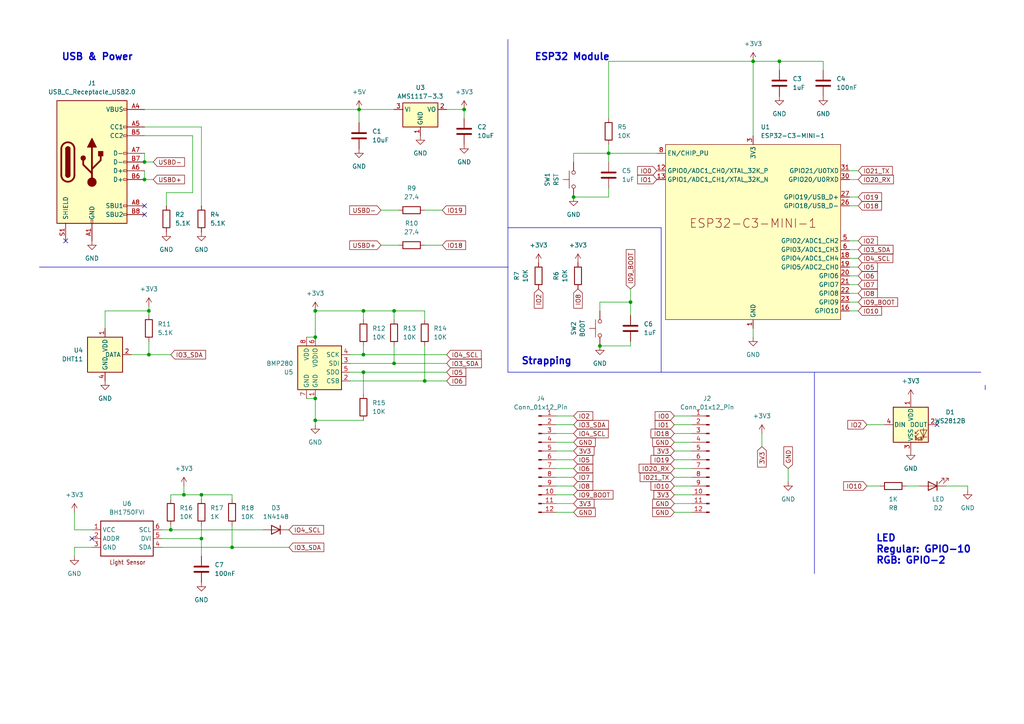
<source format=kicad_sch>
(kicad_sch (version 20230121) (generator eeschema)
  (paper "A4")
  (lib_symbols
    (symbol "Connector:Conn_01x12_Pin" (pin_names (offset 1.016) hide)
      (property "Reference" "J" (at 0 15.24 0))
      (property "Value" "Conn_01x12_Pin" (at 0 -17.78 0))
      (symbol "Conn_01x12_Pin_1_1"
        (polyline (pts (xy 1.27 -15.24) (xy 0.8636 -15.24)) (stroke (width 0.1524)))
        (polyline (pts (xy 1.27 -12.7) (xy 0.8636 -12.7)) (stroke (width 0.1524)))
        (polyline (pts (xy 1.27 -10.16) (xy 0.8636 -10.16)) (stroke (width 0.1524)))
        (polyline (pts (xy 1.27 -7.62) (xy 0.8636 -7.62)) (stroke (width 0.1524)))
        (polyline (pts (xy 1.27 -5.08) (xy 0.8636 -5.08)) (stroke (width 0.1524)))
        (polyline (pts (xy 1.27 -2.54) (xy 0.8636 -2.54)) (stroke (width 0.1524)))
        (polyline (pts (xy 1.27 0) (xy 0.8636 0)) (stroke (width 0.1524)))
        (polyline (pts (xy 1.27 2.54) (xy 0.8636 2.54)) (stroke (width 0.1524)))
        (polyline (pts (xy 1.27 5.08) (xy 0.8636 5.08)) (stroke (width 0.1524)))
        (polyline (pts (xy 1.27 7.62) (xy 0.8636 7.62)) (stroke (width 0.1524)))
        (polyline (pts (xy 1.27 10.16) (xy 0.8636 10.16)) (stroke (width 0.1524)))
        (polyline (pts (xy 1.27 12.7) (xy 0.8636 12.7)) (stroke (width 0.1524)))
        (rectangle (start 0.8636 -15.113) (end 0 -15.367) (stroke (width 0.1524)) (fill (type outline)))
        (rectangle (start 0.8636 -12.573) (end 0 -12.827) (stroke (width 0.1524)) (fill (type outline)))
        (rectangle (start 0.8636 -10.033) (end 0 -10.287) (stroke (width 0.1524)) (fill (type outline)))
        (rectangle (start 0.8636 -7.493) (end 0 -7.747) (stroke (width 0.1524)) (fill (type outline)))
        (rectangle (start 0.8636 -4.953) (end 0 -5.207) (stroke (width 0.1524)) (fill (type outline)))
        (rectangle (start 0.8636 -2.413) (end 0 -2.667) (stroke (width 0.1524)) (fill (type outline)))
        (rectangle (start 0.8636 0.127) (end 0 -0.127) (stroke (width 0.1524)) (fill (type outline)))
        (rectangle (start 0.8636 2.667) (end 0 2.413) (stroke (width 0.1524)) (fill (type outline)))
        (rectangle (start 0.8636 5.207) (end 0 4.953) (stroke (width 0.1524)) (fill (type outline)))
        (rectangle (start 0.8636 7.747) (end 0 7.493) (stroke (width 0.1524)) (fill (type outline)))
        (rectangle (start 0.8636 10.287) (end 0 10.033) (stroke (width 0.1524)) (fill (type outline)))
        (rectangle (start 0.8636 12.827) (end 0 12.573) (stroke (width 0.1524)) (fill (type outline)))
        (pin passive line (at 5.08 12.7 180) (length 3.81) (name "Pin_1") (number "1"))
        (pin passive line (at 5.08 -10.16 180) (length 3.81) (name "Pin_10") (number "10"))
        (pin passive line (at 5.08 -12.7 180) (length 3.81) (name "Pin_11") (number "11"))
        (pin passive line (at 5.08 -15.24 180) (length 3.81) (name "Pin_12") (number "12"))
        (pin passive line (at 5.08 10.16 180) (length 3.81) (name "Pin_2") (number "2"))
        (pin passive line (at 5.08 7.62 180) (length 3.81) (name "Pin_3") (number "3"))
        (pin passive line (at 5.08 5.08 180) (length 3.81) (name "Pin_4") (number "4"))
        (pin passive line (at 5.08 2.54 180) (length 3.81) (name "Pin_5") (number "5"))
        (pin passive line (at 5.08 0 180) (length 3.81) (name "Pin_6") (number "6"))
        (pin passive line (at 5.08 -2.54 180) (length 3.81) (name "Pin_7") (number "7"))
        (pin passive line (at 5.08 -5.08 180) (length 3.81) (name "Pin_8") (number "8"))
        (pin passive line (at 5.08 -7.62 180) (length 3.81) (name "Pin_9") (number "9"))
      )
    )
    (symbol "Connector:USB_C_Receptacle_USB2.0" (pin_names (offset 1.016))
      (property "Reference" "J" (at -10.16 19.05 0))
      (property "Value" "USB_C_Receptacle_USB2.0" (at 19.05 19.05 0))
      (symbol "USB_C_Receptacle_USB2.0_0_0"
        (rectangle (start -0.254 -17.78) (end 0.254 -16.764))
        (rectangle (start 10.16 -14.986) (end 9.144 -15.494))
        (rectangle (start 10.16 -12.446) (end 9.144 -12.954))
        (rectangle (start 10.16 -4.826) (end 9.144 -5.334))
        (rectangle (start 10.16 -2.286) (end 9.144 -2.794))
        (rectangle (start 10.16 0.254) (end 9.144 -0.254))
        (rectangle (start 10.16 2.794) (end 9.144 2.286))
        (rectangle (start 10.16 7.874) (end 9.144 7.366))
        (rectangle (start 10.16 10.414) (end 9.144 9.906))
        (rectangle (start 10.16 15.494) (end 9.144 14.986))
      )
      (symbol "USB_C_Receptacle_USB2.0_0_1"
        (rectangle (start -10.16 17.78) (end 10.16 -17.78) (stroke (width 0.254)) (fill (type background)))
        (arc (start -8.89 -3.81) (mid -6.985 -5.7067) (end -5.08 -3.81) (stroke (width 0.508)))
        (arc (start -7.62 -3.81) (mid -6.985 -4.4423) (end -6.35 -3.81) (stroke (width 0.254)))
        (arc (start -7.62 -3.81) (mid -6.985 -4.4423) (end -6.35 -3.81) (stroke (width 0.254)) (fill (type outline)))
        (rectangle (start -7.62 -3.81) (end -6.35 3.81) (stroke (width 0.254)) (fill (type outline)))
        (arc (start -6.35 3.81) (mid -6.985 4.4423) (end -7.62 3.81) (stroke (width 0.254)))
        (arc (start -6.35 3.81) (mid -6.985 4.4423) (end -7.62 3.81) (stroke (width 0.254)) (fill (type outline)))
        (arc (start -5.08 3.81) (mid -6.985 5.7067) (end -8.89 3.81) (stroke (width 0.508)))
        (circle (center -2.54 1.143) (radius 0.635) (stroke (width 0.254)) (fill (type outline)))
        (circle (center 0 -5.842) (radius 1.27) (fill (type outline)))
        (polyline (pts (xy -8.89 -3.81) (xy -8.89 3.81)) (stroke (width 0.508)))
        (polyline (pts (xy -5.08 3.81) (xy -5.08 -3.81)) (stroke (width 0.508)))
        (polyline (pts (xy 0 -5.842) (xy 0 4.318)) (stroke (width 0.508)))
        (polyline (pts (xy 0 -3.302) (xy -2.54 -0.762) (xy -2.54 0.508)) (stroke (width 0.508)))
        (polyline (pts (xy 0 -2.032) (xy 2.54 0.508) (xy 2.54 1.778)) (stroke (width 0.508)))
        (polyline (pts (xy -1.27 4.318) (xy 0 6.858) (xy 1.27 4.318) (xy -1.27 4.318)) (stroke (width 0.254)) (fill (type outline)))
        (rectangle (start 1.905 1.778) (end 3.175 3.048) (stroke (width 0.254)) (fill (type outline)))
      )
      (symbol "USB_C_Receptacle_USB2.0_1_1"
        (pin passive line (at 0 -22.86 90) (length 5.08) (name "GND") (number "A1"))
        (pin passive line (at 0 -22.86 90) (length 5.08) hide (name "GND") (number "A12"))
        (pin passive line (at 15.24 15.24 180) (length 5.08) (name "VBUS") (number "A4"))
        (pin bidirectional line (at 15.24 10.16 180) (length 5.08) (name "CC1") (number "A5"))
        (pin bidirectional line (at 15.24 -2.54 180) (length 5.08) (name "D+") (number "A6"))
        (pin bidirectional line (at 15.24 2.54 180) (length 5.08) (name "D-") (number "A7"))
        (pin bidirectional line (at 15.24 -12.7 180) (length 5.08) (name "SBU1") (number "A8"))
        (pin passive line (at 15.24 15.24 180) (length 5.08) hide (name "VBUS") (number "A9"))
        (pin passive line (at 0 -22.86 90) (length 5.08) hide (name "GND") (number "B1"))
        (pin passive line (at 0 -22.86 90) (length 5.08) hide (name "GND") (number "B12"))
        (pin passive line (at 15.24 15.24 180) (length 5.08) hide (name "VBUS") (number "B4"))
        (pin bidirectional line (at 15.24 7.62 180) (length 5.08) (name "CC2") (number "B5"))
        (pin bidirectional line (at 15.24 -5.08 180) (length 5.08) (name "D+") (number "B6"))
        (pin bidirectional line (at 15.24 0 180) (length 5.08) (name "D-") (number "B7"))
        (pin bidirectional line (at 15.24 -15.24 180) (length 5.08) (name "SBU2") (number "B8"))
        (pin passive line (at 15.24 15.24 180) (length 5.08) hide (name "VBUS") (number "B9"))
        (pin passive line (at -7.62 -22.86 90) (length 5.08) (name "SHIELD") (number "S1"))
      )
    )
    (symbol "Device:C" (pin_numbers hide) (pin_names (offset 0.254))
      (property "Reference" "C" (at 0.635 2.54 0))
      (property "Value" "C" (at 0.635 -2.54 0))
      (symbol "C_0_1"
        (polyline (pts (xy -2.032 -0.762) (xy 2.032 -0.762)) (stroke (width 0.508)))
        (polyline (pts (xy -2.032 0.762) (xy 2.032 0.762)) (stroke (width 0.508)))
      )
      (symbol "C_1_1"
        (pin passive line (at 0 3.81 270) (length 2.794) (name "~") (number "1"))
        (pin passive line (at 0 -3.81 90) (length 2.794) (name "~") (number "2"))
      )
    )
    (symbol "Device:LED" (pin_numbers hide) (pin_names (offset 1.016) hide)
      (property "Reference" "D" (at 0 2.54 0))
      (property "Value" "LED" (at 0 -2.54 0))
      (symbol "LED_0_1"
        (polyline (pts (xy -1.27 -1.27) (xy -1.27 1.27)) (stroke (width 0.254)))
        (polyline (pts (xy -1.27 0) (xy 1.27 0)))
        (polyline (pts (xy 1.27 -1.27) (xy 1.27 1.27) (xy -1.27 0) (xy 1.27 -1.27)) (stroke (width 0.254)))
        (polyline (pts (xy -3.048 -0.762) (xy -4.572 -2.286) (xy -3.81 -2.286) (xy -4.572 -2.286) (xy -4.572 -1.524)))
        (polyline (pts (xy -1.778 -0.762) (xy -3.302 -2.286) (xy -2.54 -2.286) (xy -3.302 -2.286) (xy -3.302 -1.524)))
      )
      (symbol "LED_1_1"
        (pin passive line (at -3.81 0 0) (length 2.54) (name "K") (number "1"))
        (pin passive line (at 3.81 0 180) (length 2.54) (name "A") (number "2"))
      )
    )
    (symbol "Device:R" (pin_numbers hide) (pin_names (offset 0))
      (property "Reference" "R" (at 2.032 0 90))
      (property "Value" "R" (at 0 0 90))
      (symbol "R_0_1"
        (rectangle (start -1.016 -2.54) (end 1.016 2.54) (stroke (width 0.254)))
      )
      (symbol "R_1_1"
        (pin passive line (at 0 3.81 270) (length 1.27) (name "~") (number "1"))
        (pin passive line (at 0 -3.81 90) (length 1.27) (name "~") (number "2"))
      )
    )
    (symbol "Diode:1N4148" (pin_numbers hide) (pin_names hide)
      (property "Reference" "D" (at 0 2.54 0))
      (property "Value" "1N4148" (at 0 -2.54 0))
      (symbol "1N4148_0_1"
        (polyline (pts (xy -1.27 1.27) (xy -1.27 -1.27)) (stroke (width 0.254)))
        (polyline (pts (xy 1.27 0) (xy -1.27 0)))
        (polyline (pts (xy 1.27 1.27) (xy 1.27 -1.27) (xy -1.27 0) (xy 1.27 1.27)) (stroke (width 0.254)))
      )
      (symbol "1N4148_1_1"
        (pin passive line (at -3.81 0 0) (length 2.54) (name "K") (number "1"))
        (pin passive line (at 3.81 0 180) (length 2.54) (name "A") (number "2"))
      )
    )
    (symbol "FlashPCB_Sensors:BH1750FVI"
      (property "Reference" "U" (at -5.08 10.16 0))
      (property "Value" "BH1750FVI" (at -5.08 7.62 0))
      (symbol "BH1750FVI_1_1"
        (polyline (pts (xy -7.62 -5.08) (xy -7.62 5.08)) (stroke (width 0.254)))
        (polyline (pts (xy -7.62 5.08) (xy 7.62 5.08)) (stroke (width 0.254)))
        (polyline (pts (xy 7.62 -5.08) (xy -7.62 -5.08)) (stroke (width 0.254)))
        (polyline (pts (xy 7.62 5.08) (xy 7.62 -5.08)) (stroke (width 0.254)))
        (text "Light Sensor" (at -5.08 -7.62 0) (effects (font (size 1.27 1.0859)) (justify left bottom)))
        (pin power_in line (at -10.16 2.54 0) (length 2.54) (name "VCC") (number "1"))
        (pin bidirectional line (at -10.16 0 0) (length 2.54) (name "ADDR") (number "2"))
        (pin power_in line (at -10.16 -2.54 0) (length 2.54) (name "GND") (number "3"))
        (pin bidirectional line (at 10.16 -2.54 180) (length 2.54) (name "SDA") (number "4"))
        (pin bidirectional line (at 10.16 0 180) (length 2.54) (name "DVI") (number "5"))
        (pin bidirectional line (at 10.16 2.54 180) (length 2.54) (name "SCL") (number "6"))
      )
    )
    (symbol "LED:WS2812B" (pin_names (offset 0.254))
      (property "Reference" "D" (at 5.08 5.715 0))
      (property "Value" "WS2812B" (at 1.27 -5.715 0))
      (symbol "WS2812B_0_0"
        (text "RGB" (at 2.286 -4.191 0) (effects (font (size 0.762 0.762))))
      )
      (symbol "WS2812B_0_1"
        (polyline (pts (xy 1.27 -3.556) (xy 1.778 -3.556)))
        (polyline (pts (xy 1.27 -2.54) (xy 1.778 -2.54)))
        (polyline (pts (xy 4.699 -3.556) (xy 2.667 -3.556)))
        (polyline (pts (xy 2.286 -2.54) (xy 1.27 -3.556) (xy 1.27 -3.048)))
        (polyline (pts (xy 2.286 -1.524) (xy 1.27 -2.54) (xy 1.27 -2.032)))
        (polyline (pts (xy 3.683 -1.016) (xy 3.683 -3.556) (xy 3.683 -4.064)))
        (polyline (pts (xy 4.699 -1.524) (xy 2.667 -1.524) (xy 3.683 -3.556) (xy 4.699 -1.524)))
        (rectangle (start 5.08 5.08) (end -5.08 -5.08) (stroke (width 0.254)) (fill (type background)))
      )
      (symbol "WS2812B_1_1"
        (pin power_in line (at 0 7.62 270) (length 2.54) (name "VDD") (number "1"))
        (pin output line (at 7.62 0 180) (length 2.54) (name "DOUT") (number "2"))
        (pin power_in line (at 0 -7.62 90) (length 2.54) (name "VSS") (number "3"))
        (pin input line (at -7.62 0 0) (length 2.54) (name "DIN") (number "4"))
      )
    )
    (symbol "PCM_Espressif:ESP32-C3-MINI-1"
      (property "Reference" "U" (at -25.4 30.48 0))
      (property "Value" "ESP32-C3-MINI-1" (at -25.4 27.94 0))
      (symbol "ESP32-C3-MINI-1_0_0"
        (text "ESP32-C3-MINI-1" (at 0 2.54 0) (effects (font (size 2.54 2.54))))
      )
      (symbol "ESP32-C3-MINI-1_0_1"
        (rectangle (start -25.4 25.4) (end 25.4 -25.4) (fill (type background)))
      )
      (symbol "ESP32-C3-MINI-1_1_1"
        (pin power_in line (at 0 -27.94 90) (length 2.54) (name "GND") (number "1"))
        (pin no_connect line (at -25.4 2.54 0) (length 2.54) hide (name "NC") (number "10"))
        (pin passive line (at 0 -27.94 90) (length 2.54) hide (name "GND") (number "11"))
        (pin bidirectional line (at -27.94 17.78 0) (length 2.54) (name "GPIO0/ADC1_CH0/XTAL_32K_P") (number "12"))
        (pin bidirectional line (at -27.94 15.24 0) (length 2.54) (name "GPIO1/ADC1_CH1/XTAL_32K_N") (number "13"))
        (pin passive line (at 0 -27.94 90) (length 2.54) hide (name "GND") (number "14"))
        (pin no_connect line (at -25.4 0 0) (length 2.54) hide (name "NC") (number "15"))
        (pin bidirectional line (at 27.94 -22.86 180) (length 2.54) (name "GPIO10") (number "16"))
        (pin no_connect line (at -25.4 -2.54 0) (length 2.54) hide (name "NC") (number "17"))
        (pin bidirectional line (at 27.94 -7.62 180) (length 2.54) (name "GPIO4/ADC1_CH4") (number "18"))
        (pin bidirectional line (at 27.94 -10.16 180) (length 2.54) (name "GPIO5/ADC2_CH0") (number "19"))
        (pin passive line (at 0 -27.94 90) (length 2.54) hide (name "GND") (number "2"))
        (pin bidirectional line (at 27.94 -12.7 180) (length 2.54) (name "GPIO6") (number "20"))
        (pin bidirectional line (at 27.94 -15.24 180) (length 2.54) (name "GPIO7") (number "21"))
        (pin bidirectional line (at 27.94 -17.78 180) (length 2.54) (name "GPIO8") (number "22"))
        (pin bidirectional line (at 27.94 -20.32 180) (length 2.54) (name "GPIO9") (number "23"))
        (pin no_connect line (at -25.4 -5.08 0) (length 2.54) hide (name "NC") (number "24"))
        (pin no_connect line (at -25.4 -7.62 0) (length 2.54) hide (name "NC") (number "25"))
        (pin bidirectional line (at 27.94 7.62 180) (length 2.54) (name "GPIO18/USB_D-") (number "26"))
        (pin bidirectional line (at 27.94 10.16 180) (length 2.54) (name "GPIO19/USB_D+") (number "27"))
        (pin no_connect line (at -25.4 -10.16 0) (length 2.54) hide (name "NC") (number "28"))
        (pin no_connect line (at -25.4 -12.7 0) (length 2.54) hide (name "NC") (number "29"))
        (pin power_in line (at 0 27.94 270) (length 2.54) (name "3V3") (number "3"))
        (pin bidirectional line (at 27.94 15.24 180) (length 2.54) (name "GPIO20/U0RXD") (number "30"))
        (pin bidirectional line (at 27.94 17.78 180) (length 2.54) (name "GPIO21/U0TXD") (number "31"))
        (pin no_connect line (at -25.4 -15.24 0) (length 2.54) hide (name "NC") (number "32"))
        (pin no_connect line (at -25.4 -17.78 0) (length 2.54) hide (name "NC") (number "33"))
        (pin no_connect line (at -25.4 -20.32 0) (length 2.54) hide (name "NC") (number "34"))
        (pin no_connect line (at -25.4 -22.86 0) (length 2.54) hide (name "NC") (number "35"))
        (pin passive line (at 0 -27.94 90) (length 2.54) hide (name "GND") (number "36"))
        (pin passive line (at 0 -27.94 90) (length 2.54) hide (name "GND") (number "37"))
        (pin passive line (at 0 -27.94 90) (length 2.54) hide (name "GND") (number "38"))
        (pin passive line (at 0 -27.94 90) (length 2.54) hide (name "GND") (number "39"))
        (pin no_connect line (at -25.4 10.16 0) (length 2.54) hide (name "NC") (number "4"))
        (pin passive line (at 0 -27.94 90) (length 2.54) hide (name "GND") (number "40"))
        (pin passive line (at 0 -27.94 90) (length 2.54) hide (name "GND") (number "41"))
        (pin passive line (at 0 -27.94 90) (length 2.54) hide (name "GND") (number "42"))
        (pin passive line (at 0 -27.94 90) (length 2.54) hide (name "GND") (number "43"))
        (pin passive line (at 0 -27.94 90) (length 2.54) hide (name "GND") (number "44"))
        (pin passive line (at 0 -27.94 90) (length 2.54) hide (name "GND") (number "45"))
        (pin passive line (at 0 -27.94 90) (length 2.54) hide (name "GND") (number "46"))
        (pin passive line (at 0 -27.94 90) (length 2.54) hide (name "GND") (number "47"))
        (pin passive line (at 0 -27.94 90) (length 2.54) hide (name "GND") (number "48"))
        (pin passive line (at 0 -27.94 90) (length 2.54) hide (name "GND") (number "49"))
        (pin bidirectional line (at 27.94 -2.54 180) (length 2.54) (name "GPIO2/ADC1_CH2") (number "5"))
        (pin passive line (at 0 -27.94 90) (length 2.54) hide (name "GND") (number "50"))
        (pin passive line (at 0 -27.94 90) (length 2.54) hide (name "GND") (number "51"))
        (pin passive line (at 0 -27.94 90) (length 2.54) hide (name "GND") (number "52"))
        (pin passive line (at 0 -27.94 90) (length 2.54) hide (name "GND") (number "53"))
        (pin bidirectional line (at 27.94 -5.08 180) (length 2.54) (name "GPIO3/ADC1_CH3") (number "6"))
        (pin no_connect line (at -25.4 7.62 0) (length 2.54) hide (name "NC") (number "7"))
        (pin input line (at -27.94 22.86 0) (length 2.54) (name "EN/CHIP_PU") (number "8"))
        (pin no_connect line (at -25.4 5.08 0) (length 2.54) hide (name "NC") (number "9"))
      )
    )
    (symbol "Regulator_Linear:AMS1117-3.3"
      (property "Reference" "U" (at -3.81 3.175 0))
      (property "Value" "AMS1117-3.3" (at 0 3.175 0))
      (symbol "AMS1117-3.3_0_1"
        (rectangle (start -5.08 -5.08) (end 5.08 1.905) (stroke (width 0.254)) (fill (type background)))
      )
      (symbol "AMS1117-3.3_1_1"
        (pin power_in line (at 0 -7.62 90) (length 2.54) (name "GND") (number "1"))
        (pin power_out line (at 7.62 0 180) (length 2.54) (name "VO") (number "2"))
        (pin power_in line (at -7.62 0 0) (length 2.54) (name "VI") (number "3"))
      )
    )
    (symbol "Sensor:DHT11"
      (property "Reference" "U" (at -3.81 6.35 0))
      (property "Value" "DHT11" (at 3.81 6.35 0))
      (symbol "DHT11_0_1"
        (rectangle (start -5.08 5.08) (end 5.08 -5.08) (stroke (width 0.254)) (fill (type background)))
      )
      (symbol "DHT11_1_1"
        (pin power_in line (at 0 7.62 270) (length 2.54) (name "VDD") (number "1"))
        (pin bidirectional line (at 7.62 0 180) (length 2.54) (name "DATA") (number "2"))
        (pin no_connect line (at -5.08 0 0) (length 2.54) hide (name "NC") (number "3"))
        (pin power_in line (at 0 -7.62 90) (length 2.54) (name "GND") (number "4"))
      )
    )
    (symbol "Sensor_Pressure:BMP280"
      (property "Reference" "U" (at -7.62 10.16 0))
      (property "Value" "BMP280" (at 5.08 10.16 0))
      (symbol "BMP280_0_1"
        (rectangle (start -7.62 -5.08) (end 5.08 7.62) (stroke (width 0.254)) (fill (type background)))
      )
      (symbol "BMP280_1_1"
        (pin power_in line (at 0 -7.62 90) (length 2.54) (name "GND") (number "1"))
        (pin input line (at -10.16 -2.54 0) (length 2.54) (name "CSB") (number "2"))
        (pin bidirectional line (at -10.16 2.54 0) (length 2.54) (name "SDI") (number "3"))
        (pin input line (at -10.16 5.08 0) (length 2.54) (name "SCK") (number "4"))
        (pin bidirectional line (at -10.16 0 0) (length 2.54) (name "SDO") (number "5"))
        (pin power_in line (at 0 10.16 270) (length 2.54) (name "VDDIO") (number "6"))
        (pin power_in line (at 2.54 -7.62 90) (length 2.54) (name "GND") (number "7"))
        (pin power_in line (at 2.54 10.16 270) (length 2.54) (name "VDD") (number "8"))
      )
    )
    (symbol "Switch:SW_Push" (pin_numbers hide) (pin_names (offset 1.016) hide)
      (property "Reference" "SW" (at 1.27 2.54 0))
      (property "Value" "SW_Push" (at 0 -1.524 0))
      (symbol "SW_Push_0_1"
        (circle (center -2.032 0) (radius 0.508))
        (polyline (pts (xy 0 1.27) (xy 0 3.048)))
        (polyline (pts (xy 2.54 1.27) (xy -2.54 1.27)))
        (circle (center 2.032 0) (radius 0.508))
        (pin passive line (at -5.08 0 0) (length 2.54) (name "1") (number "1"))
        (pin passive line (at 5.08 0 180) (length 2.54) (name "2") (number "2"))
      )
    )
    (symbol "power:+3V3" (power) (pin_names (offset 0))
      (property "Value" "+3V3" (at 0 3.556 0))
      (symbol "+3V3_0_1"
        (polyline (pts (xy -0.762 1.27) (xy 0 2.54)))
        (polyline (pts (xy 0 0) (xy 0 2.54)))
        (polyline (pts (xy 0 2.54) (xy 0.762 1.27)))
      )
      (symbol "+3V3_1_1"
        (pin power_in line (at 0 0 90) (length 0) hide (name "+3V3") (number "1"))
      )
    )
    (symbol "power:+5V" (power) (pin_names (offset 0))
      (property "Value" "+5V" (at 0 3.556 0))
      (symbol "+5V_0_1"
        (polyline (pts (xy -0.762 1.27) (xy 0 2.54)))
        (polyline (pts (xy 0 0) (xy 0 2.54)))
        (polyline (pts (xy 0 2.54) (xy 0.762 1.27)))
      )
      (symbol "+5V_1_1"
        (pin power_in line (at 0 0 90) (length 0) hide (name "+5V") (number "1"))
      )
    )
    (symbol "power:GND" (power) (pin_names (offset 0))
      (property "Value" "GND" (at 0 -3.81 0))
      (symbol "GND_0_1"
        (polyline (pts (xy 0 0) (xy 0 -1.27) (xy 1.27 -1.27) (xy 0 -2.54) (xy -1.27 -1.27) (xy 0 -1.27)))
      )
      (symbol "GND_1_1"
        (pin power_in line (at 0 0 270) (length 0) hide (name "GND") (number "1"))
      )
    )
  )
  (junction (at 105.41 90.17))
  (junction (at 134.62 31.75))
  (junction (at 91.44 97.79))
  (junction (at 58.42 156.21))
  (junction (at 58.42 143.51))
  (junction (at 114.3 105.41))
  (junction (at 123.19 110.49))
  (junction (at 41.91 46.99))
  (junction (at 49.53 153.67))
  (junction (at 104.14 31.75))
  (junction (at 173.99 100.33))
  (junction (at 91.44 121.92))
  (junction (at 218.44 17.78))
  (junction (at 226.06 17.78))
  (junction (at 43.18 90.17))
  (junction (at 105.41 102.87))
  (junction (at 53.34 143.51))
  (junction (at 43.18 102.87))
  (junction (at 41.91 52.07))
  (junction (at 176.53 44.45))
  (junction (at 91.44 90.17))
  (junction (at 67.31 158.75))
  (junction (at 182.88 87.63))
  (junction (at 105.41 107.95))
  (junction (at 91.44 115.57))
  (junction (at 114.3 90.17))
  (junction (at 166.37 57.15))
  (no_connect (at 19.05 69.85))
  (no_connect (at 26.67 156.21))
  (no_connect (at 41.91 62.23))
  (no_connect (at 41.91 59.69))
  (no_connect (at 271.78 123.19))
  (wire (pts (xy 26.67 158.75) (xy 21.59 158.75)))
  (wire (pts (xy 161.29 130.81) (xy 166.37 130.81)))
  (wire (pts (xy 104.14 31.75) (xy 104.14 35.56)))
  (wire (pts (xy 91.44 121.92) (xy 105.41 121.92)))
  (wire (pts (xy 274.32 140.97) (xy 280.67 140.97)))
  (wire (pts (xy 161.29 138.43) (xy 166.37 138.43)))
  (wire (pts (xy 190.5 44.45) (xy 176.53 44.45)))
  (wire (pts (xy 195.58 120.65) (xy 200.66 120.65)))
  (wire (pts (xy 226.06 17.78) (xy 238.76 17.78)))
  (wire (pts (xy 101.6 107.95) (xy 105.41 107.95)))
  (wire (pts (xy 182.88 87.63) (xy 182.88 91.44)))
  (wire (pts (xy 53.34 143.51) (xy 53.34 140.97)))
  (wire (pts (xy 173.99 87.63) (xy 173.99 90.17)))
  (wire (pts (xy 41.91 46.99) (xy 44.45 46.99)))
  (wire (pts (xy 248.92 49.53) (xy 246.38 49.53)))
  (wire (pts (xy 195.58 133.35) (xy 200.66 133.35)))
  (wire (pts (xy 123.19 90.17) (xy 114.3 90.17)))
  (wire (pts (xy 114.3 100.33) (xy 114.3 105.41)))
  (wire (pts (xy 238.76 17.78) (xy 238.76 20.32)))
  (wire (pts (xy 101.6 105.41) (xy 114.3 105.41)))
  (wire (pts (xy 246.38 82.55) (xy 248.92 82.55)))
  (polyline (pts (xy 147.32 66.04) (xy 191.77 66.04)))
  (wire (pts (xy 67.31 144.78) (xy 67.31 143.51)))
  (wire (pts (xy 176.53 44.45) (xy 166.37 44.45)))
  (wire (pts (xy 58.42 143.51) (xy 67.31 143.51)))
  (wire (pts (xy 218.44 39.37) (xy 218.44 17.78)))
  (wire (pts (xy 182.88 100.33) (xy 173.99 100.33)))
  (wire (pts (xy 105.41 102.87) (xy 129.54 102.87)))
  (wire (pts (xy 123.19 71.12) (xy 128.27 71.12)))
  (wire (pts (xy 246.38 57.15) (xy 248.92 57.15)))
  (wire (pts (xy 246.38 85.09) (xy 248.92 85.09)))
  (wire (pts (xy 49.53 143.51) (xy 49.53 144.78)))
  (polyline (pts (xy 191.77 66.04) (xy 191.77 107.95)))
  (wire (pts (xy 58.42 143.51) (xy 58.42 144.78)))
  (wire (pts (xy 58.42 156.21) (xy 58.42 152.4)))
  (wire (pts (xy 246.38 77.47) (xy 248.92 77.47)))
  (wire (pts (xy 246.38 72.39) (xy 248.92 72.39)))
  (wire (pts (xy 246.38 69.85) (xy 248.92 69.85)))
  (wire (pts (xy 110.49 71.12) (xy 115.57 71.12)))
  (wire (pts (xy 110.49 60.96) (xy 115.57 60.96)))
  (wire (pts (xy 105.41 107.95) (xy 105.41 114.3)))
  (wire (pts (xy 161.29 120.65) (xy 166.37 120.65)))
  (wire (pts (xy 43.18 99.06) (xy 43.18 102.87)))
  (wire (pts (xy 105.41 100.33) (xy 105.41 102.87)))
  (wire (pts (xy 49.53 153.67) (xy 76.2 153.67)))
  (wire (pts (xy 105.41 107.95) (xy 129.54 107.95)))
  (wire (pts (xy 101.6 102.87) (xy 105.41 102.87)))
  (wire (pts (xy 114.3 90.17) (xy 105.41 90.17)))
  (wire (pts (xy 161.29 128.27) (xy 166.37 128.27)))
  (wire (pts (xy 195.58 125.73) (xy 200.66 125.73)))
  (wire (pts (xy 46.99 158.75) (xy 67.31 158.75)))
  (wire (pts (xy 246.38 59.69) (xy 248.92 59.69)))
  (wire (pts (xy 195.58 140.97) (xy 200.66 140.97)))
  (wire (pts (xy 123.19 110.49) (xy 129.54 110.49)))
  (wire (pts (xy 21.59 153.67) (xy 26.67 153.67)))
  (wire (pts (xy 129.54 31.75) (xy 134.62 31.75)))
  (wire (pts (xy 46.99 153.67) (xy 49.53 153.67)))
  (wire (pts (xy 38.1 102.87) (xy 43.18 102.87)))
  (wire (pts (xy 101.6 110.49) (xy 123.19 110.49)))
  (wire (pts (xy 195.58 148.59) (xy 200.66 148.59)))
  (wire (pts (xy 58.42 36.83) (xy 58.42 59.69)))
  (wire (pts (xy 49.53 143.51) (xy 53.34 143.51)))
  (wire (pts (xy 176.53 54.61) (xy 176.53 57.15)))
  (wire (pts (xy 195.58 130.81) (xy 200.66 130.81)))
  (wire (pts (xy 176.53 44.45) (xy 176.53 46.99)))
  (wire (pts (xy 41.91 44.45) (xy 41.91 46.99)))
  (wire (pts (xy 49.53 153.67) (xy 49.53 152.4)))
  (wire (pts (xy 91.44 115.57) (xy 91.44 121.92)))
  (wire (pts (xy 246.38 74.93) (xy 248.92 74.93)))
  (wire (pts (xy 134.62 31.75) (xy 134.62 34.29)))
  (wire (pts (xy 123.19 100.33) (xy 123.19 110.49)))
  (wire (pts (xy 182.88 99.06) (xy 182.88 100.33)))
  (wire (pts (xy 251.46 123.19) (xy 256.54 123.19)))
  (wire (pts (xy 176.53 17.78) (xy 218.44 17.78)))
  (wire (pts (xy 161.29 123.19) (xy 166.37 123.19)))
  (wire (pts (xy 58.42 156.21) (xy 58.42 161.29)))
  (wire (pts (xy 114.3 92.71) (xy 114.3 90.17)))
  (wire (pts (xy 166.37 44.45) (xy 166.37 46.99)))
  (wire (pts (xy 246.38 87.63) (xy 248.92 87.63)))
  (wire (pts (xy 161.29 135.89) (xy 166.37 135.89)))
  (wire (pts (xy 48.26 55.88) (xy 55.88 55.88)))
  (wire (pts (xy 195.58 143.51) (xy 200.66 143.51)))
  (wire (pts (xy 220.98 125.73) (xy 220.98 129.54)))
  (wire (pts (xy 173.99 87.63) (xy 182.88 87.63)))
  (wire (pts (xy 195.58 135.89) (xy 200.66 135.89)))
  (wire (pts (xy 46.99 156.21) (xy 58.42 156.21)))
  (polyline (pts (xy 11.43 77.47) (xy 147.32 77.47)))
  (wire (pts (xy 123.19 60.96) (xy 128.27 60.96)))
  (wire (pts (xy 41.91 36.83) (xy 58.42 36.83)))
  (wire (pts (xy 262.89 140.97) (xy 266.7 140.97)))
  (wire (pts (xy 41.91 31.75) (xy 104.14 31.75)))
  (wire (pts (xy 114.3 105.41) (xy 129.54 105.41)))
  (wire (pts (xy 88.9 97.79) (xy 91.44 97.79)))
  (wire (pts (xy 91.44 90.17) (xy 91.44 97.79)))
  (wire (pts (xy 30.48 95.25) (xy 30.48 90.17)))
  (wire (pts (xy 67.31 158.75) (xy 83.82 158.75)))
  (wire (pts (xy 161.29 146.05) (xy 166.37 146.05)))
  (wire (pts (xy 251.46 140.97) (xy 255.27 140.97)))
  (wire (pts (xy 195.58 128.27) (xy 200.66 128.27)))
  (wire (pts (xy 161.29 133.35) (xy 166.37 133.35)))
  (wire (pts (xy 104.14 31.75) (xy 114.3 31.75)))
  (wire (pts (xy 161.29 125.73) (xy 166.37 125.73)))
  (wire (pts (xy 246.38 80.01) (xy 248.92 80.01)))
  (wire (pts (xy 53.34 143.51) (xy 58.42 143.51)))
  (wire (pts (xy 30.48 90.17) (xy 43.18 90.17)))
  (wire (pts (xy 248.92 52.07) (xy 246.38 52.07)))
  (wire (pts (xy 161.29 143.51) (xy 166.37 143.51)))
  (polyline (pts (xy 147.32 11.43) (xy 147.32 77.47)))
  (wire (pts (xy 88.9 115.57) (xy 91.44 115.57)))
  (wire (pts (xy 43.18 88.9) (xy 43.18 90.17)))
  (wire (pts (xy 41.91 52.07) (xy 44.45 52.07)))
  (wire (pts (xy 246.38 90.17) (xy 248.92 90.17)))
  (wire (pts (xy 43.18 90.17) (xy 43.18 91.44)))
  (wire (pts (xy 105.41 90.17) (xy 91.44 90.17)))
  (wire (pts (xy 195.58 146.05) (xy 200.66 146.05)))
  (polyline (pts (xy 285.75 111.76) (xy 285.75 113.03)))
  (wire (pts (xy 21.59 158.75) (xy 21.59 161.29)))
  (wire (pts (xy 226.06 17.78) (xy 226.06 20.32)))
  (wire (pts (xy 41.91 39.37) (xy 55.88 39.37)))
  (wire (pts (xy 41.91 49.53) (xy 41.91 52.07)))
  (wire (pts (xy 195.58 123.19) (xy 200.66 123.19)))
  (polyline (pts (xy 284.48 107.95) (xy 147.32 107.95)))
  (wire (pts (xy 91.44 121.92) (xy 91.44 123.19)))
  (wire (pts (xy 218.44 95.25) (xy 218.44 97.79)))
  (wire (pts (xy 67.31 152.4) (xy 67.31 158.75)))
  (wire (pts (xy 218.44 17.78) (xy 226.06 17.78)))
  (wire (pts (xy 105.41 92.71) (xy 105.41 90.17)))
  (wire (pts (xy 43.18 102.87) (xy 49.53 102.87)))
  (wire (pts (xy 21.59 148.59) (xy 21.59 153.67)))
  (wire (pts (xy 195.58 138.43) (xy 200.66 138.43)))
  (wire (pts (xy 161.29 148.59) (xy 166.37 148.59)))
  (wire (pts (xy 55.88 39.37) (xy 55.88 55.88)))
  (wire (pts (xy 123.19 92.71) (xy 123.19 90.17)))
  (polyline (pts (xy 147.32 107.95) (xy 147.32 77.47)))
  (wire (pts (xy 280.67 140.97) (xy 280.67 142.24)))
  (wire (pts (xy 48.26 55.88) (xy 48.26 59.69)))
  (polyline (pts (xy 236.22 107.95) (xy 236.22 166.37)))
  (wire (pts (xy 182.88 83.82) (xy 182.88 87.63)))
  (wire (pts (xy 176.53 34.29) (xy 176.53 17.78)))
  (wire (pts (xy 176.53 41.91) (xy 176.53 44.45)))
  (wire (pts (xy 161.29 140.97) (xy 166.37 140.97)))
  (wire (pts (xy 228.6 135.89) (xy 228.6 139.7)))
  (wire (pts (xy 176.53 57.15) (xy 166.37 57.15)))
  (text "ESP32 Module\n" (at 154.94 17.78 0) (effects (font (size 2 2) (thickness 0.4) bold) (justify left bottom)))
  (text "USB & Power\n" (at 17.78 17.78 0) (effects (font (size 2 2) (thickness 0.4) bold) (justify left bottom)))
  (text "LED\nRegular: GPIO-10\nRGB: GPIO-2\n" (at 254 163.83 0) (effects (font (size 2 2) (thickness 0.4) bold) (justify left bottom)))
  (text "Strapping\n\n" (at 151.13 109.22 0) (effects (font (size 2 2) (thickness 0.4) bold) (justify left bottom)))
  (global_label "3V3" (shape input) (at 166.37 146.05 0) (property "Intersheetrefs" "${INTERSHEET_REFS}" (effects hide)))
  (global_label "IO18" (shape input) (at 128.27 71.12 0) (property "Intersheetrefs" "${INTERSHEET_REFS}" (effects hide)))
  (global_label "IO20_RX" (shape input) (at 195.58 135.89 180) (property "Intersheetrefs" "${INTERSHEET_REFS}" (effects hide)))
  (global_label "IO1" (shape input) (at 195.58 123.19 180) (property "Intersheetrefs" "${INTERSHEET_REFS}" (effects hide)))
  (global_label "IO3_SDA" (shape input) (at 83.82 158.75 0) (property "Intersheetrefs" "${INTERSHEET_REFS}" (effects hide)))
  (global_label "3V3" (shape input) (at 195.58 130.81 180) (property "Intersheetrefs" "${INTERSHEET_REFS}" (effects hide)))
  (global_label "IO8" (shape input) (at 248.92 85.09 0) (property "Intersheetrefs" "${INTERSHEET_REFS}" (effects hide)))
  (global_label "IO5" (shape input) (at 166.37 133.35 0) (property "Intersheetrefs" "${INTERSHEET_REFS}" (effects hide)))
  (global_label "USBD-" (shape input) (at 44.45 46.99 0) (property "Intersheetrefs" "${INTERSHEET_REFS}" (effects hide)))
  (global_label "IO21_TX" (shape input) (at 248.92 49.53 0) (property "Intersheetrefs" "${INTERSHEET_REFS}" (effects hide)))
  (global_label "GND" (shape input) (at 166.37 128.27 0) (property "Intersheetrefs" "${INTERSHEET_REFS}" (effects hide)))
  (global_label "IO2" (shape input) (at 248.92 69.85 0) (property "Intersheetrefs" "${INTERSHEET_REFS}" (effects hide)))
  (global_label "IO21_TX" (shape input) (at 195.58 138.43 180) (property "Intersheetrefs" "${INTERSHEET_REFS}" (effects hide)))
  (global_label "IO18" (shape input) (at 195.58 125.73 180) (property "Intersheetrefs" "${INTERSHEET_REFS}" (effects hide)))
  (global_label "IO20_RX" (shape input) (at 248.92 52.07 0) (property "Intersheetrefs" "${INTERSHEET_REFS}" (effects hide)))
  (global_label "GND" (shape input) (at 195.58 148.59 180) (property "Intersheetrefs" "${INTERSHEET_REFS}" (effects hide)))
  (global_label "USBD+" (shape input) (at 110.49 71.12 180) (property "Intersheetrefs" "${INTERSHEET_REFS}" (effects hide)))
  (global_label "IO10" (shape input) (at 248.92 90.17 0) (property "Intersheetrefs" "${INTERSHEET_REFS}" (effects hide)))
  (global_label "IO2" (shape input) (at 166.37 120.65 0) (property "Intersheetrefs" "${INTERSHEET_REFS}" (effects hide)))
  (global_label "IO4_SCL" (shape input) (at 83.82 153.67 0) (property "Intersheetrefs" "${INTERSHEET_REFS}" (effects hide)))
  (global_label "IO6" (shape input) (at 129.54 110.49 0) (property "Intersheetrefs" "${INTERSHEET_REFS}" (effects hide)))
  (global_label "IO3_SDA" (shape input) (at 129.54 105.41 0) (property "Intersheetrefs" "${INTERSHEET_REFS}" (effects hide)))
  (global_label "IO7" (shape input) (at 166.37 138.43 0) (property "Intersheetrefs" "${INTERSHEET_REFS}" (effects hide)))
  (global_label "3V3" (shape input) (at 220.98 129.54 270) (property "Intersheetrefs" "${INTERSHEET_REFS}" (effects hide)))
  (global_label "IO0" (shape input) (at 195.58 120.65 180) (property "Intersheetrefs" "${INTERSHEET_REFS}" (effects hide)))
  (global_label "IO4_SCL" (shape input) (at 166.37 125.73 0) (property "Intersheetrefs" "${INTERSHEET_REFS}" (effects hide)))
  (global_label "IO19" (shape input) (at 248.92 57.15 0) (property "Intersheetrefs" "${INTERSHEET_REFS}" (effects hide)))
  (global_label "3V3" (shape input) (at 166.37 130.81 0) (property "Intersheetrefs" "${INTERSHEET_REFS}" (effects hide)))
  (global_label "USBD-" (shape input) (at 110.49 60.96 180) (property "Intersheetrefs" "${INTERSHEET_REFS}" (effects hide)))
  (global_label "IO2" (shape input) (at 156.21 83.82 270) (property "Intersheetrefs" "${INTERSHEET_REFS}" (effects hide)))
  (global_label "IO3_SDA" (shape input) (at 248.92 72.39 0) (property "Intersheetrefs" "${INTERSHEET_REFS}" (effects hide)))
  (global_label "GND" (shape input) (at 166.37 148.59 0) (property "Intersheetrefs" "${INTERSHEET_REFS}" (effects hide)))
  (global_label "GND" (shape input) (at 228.6 135.89 90) (property "Intersheetrefs" "${INTERSHEET_REFS}" (effects hide)))
  (global_label "IO5" (shape input) (at 248.92 77.47 0) (property "Intersheetrefs" "${INTERSHEET_REFS}" (effects hide)))
  (global_label "IO8" (shape input) (at 166.37 140.97 0) (property "Intersheetrefs" "${INTERSHEET_REFS}" (effects hide)))
  (global_label "GND" (shape input) (at 195.58 146.05 180) (property "Intersheetrefs" "${INTERSHEET_REFS}" (effects hide)))
  (global_label "IO6" (shape input) (at 248.92 80.01 0) (property "Intersheetrefs" "${INTERSHEET_REFS}" (effects hide)))
  (global_label "IO2" (shape input) (at 251.46 123.19 180) (property "Intersheetrefs" "${INTERSHEET_REFS}" (effects hide)))
  (global_label "IO7" (shape input) (at 248.92 82.55 0) (property "Intersheetrefs" "${INTERSHEET_REFS}" (effects hide)))
  (global_label "IO1" (shape input) (at 190.5 52.07 180) (property "Intersheetrefs" "${INTERSHEET_REFS}" (effects hide)))
  (global_label "IO9_BOOT" (shape input) (at 166.37 143.51 0) (property "Intersheetrefs" "${INTERSHEET_REFS}" (effects hide)))
  (global_label "3V3" (shape input) (at 195.58 143.51 180) (property "Intersheetrefs" "${INTERSHEET_REFS}" (effects hide)))
  (global_label "IO3_SDA" (shape input) (at 49.53 102.87 0) (property "Intersheetrefs" "${INTERSHEET_REFS}" (effects hide)))
  (global_label "IO0" (shape input) (at 190.5 49.53 180) (property "Intersheetrefs" "${INTERSHEET_REFS}" (effects hide)))
  (global_label "IO10" (shape input) (at 251.46 140.97 180) (property "Intersheetrefs" "${INTERSHEET_REFS}" (effects hide)))
  (global_label "IO19" (shape input) (at 128.27 60.96 0) (property "Intersheetrefs" "${INTERSHEET_REFS}" (effects hide)))
  (global_label "IO18" (shape input) (at 248.92 59.69 0) (property "Intersheetrefs" "${INTERSHEET_REFS}" (effects hide)))
  (global_label "IO19" (shape input) (at 195.58 133.35 180) (property "Intersheetrefs" "${INTERSHEET_REFS}" (effects hide)))
  (global_label "IO5" (shape input) (at 129.54 107.95 0) (property "Intersheetrefs" "${INTERSHEET_REFS}" (effects hide)))
  (global_label "IO4_SCL" (shape input) (at 248.92 74.93 0) (property "Intersheetrefs" "${INTERSHEET_REFS}" (effects hide)))
  (global_label "IO4_SCL" (shape input) (at 129.54 102.87 0) (property "Intersheetrefs" "${INTERSHEET_REFS}" (effects hide)))
  (global_label "GND" (shape input) (at 195.58 128.27 180) (property "Intersheetrefs" "${INTERSHEET_REFS}" (effects hide)))
  (global_label "IO9_BOOT" (shape input) (at 182.88 83.82 90) (property "Intersheetrefs" "${INTERSHEET_REFS}" (effects hide)))
  (global_label "USBD+" (shape input) (at 44.45 52.07 0) (property "Intersheetrefs" "${INTERSHEET_REFS}" (effects hide)))
  (global_label "IO6" (shape input) (at 166.37 135.89 0) (property "Intersheetrefs" "${INTERSHEET_REFS}" (effects hide)))
  (global_label "IO9_BOOT" (shape input) (at 248.92 87.63 0) (property "Intersheetrefs" "${INTERSHEET_REFS}" (effects hide)))
  (global_label "IO8" (shape input) (at 167.64 83.82 270) (property "Intersheetrefs" "${INTERSHEET_REFS}" (effects hide)))
  (global_label "IO3_SDA" (shape input) (at 166.37 123.19 0) (property "Intersheetrefs" "${INTERSHEET_REFS}" (effects hide)))
  (global_label "IO10" (shape input) (at 195.58 140.97 180) (property "Intersheetrefs" "${INTERSHEET_REFS}" (effects hide)))
  (symbol (lib_id "Device:R") (at 114.3 96.52 180) (unit 1)
    (property "Reference" "R13" (at 116.84 95.25 0) (effects (justify right)))
    (property "Value" "10K" (at 116.84 97.79 0) (effects (justify right)))
    (property "Footprint" "Resistor_SMD:R_0402_1005Metric" (effects hide))
  )
  (symbol (lib_id "power:GND") (at 226.06 27.94 0) (unit 1)
    (property "Reference" "#PWR012" (effects hide))
    (property "Value" "GND" (at 226.06 33.02 0))
  )
  (symbol (lib_id "Device:R") (at 58.42 148.59 180) (unit 1)
    (property "Reference" "R17" (at 60.96 147.32 0) (effects (justify right)))
    (property "Value" "1K" (at 60.96 149.86 0) (effects (justify right)))
    (property "Footprint" "Resistor_SMD:R_0402_1005Metric" (effects hide))
  )
  (symbol (lib_id "power:GND") (at 173.99 100.33 0) (unit 1)
    (property "Reference" "#PWR018" (effects hide))
    (property "Value" "GND" (at 173.99 105.41 0))
  )
  (symbol (lib_id "Connector:Conn_01x12_Pin") (at 156.21 133.35 0) (unit 1)
    (property "Reference" "J4" (at 156.845 115.57 0))
    (property "Value" "Conn_01x12_Pin" (at 156.845 118.11 0))
    (property "Footprint" "Connector_PinHeader_2.54mm:PinHeader_1x12_P2.54mm_Vertical" (effects hide))
  )
  (symbol (lib_id "Device:R") (at 43.18 95.25 0) (unit 1)
    (property "Reference" "R11" (at 45.72 93.98 0) (effects (justify left)))
    (property "Value" "5.1K" (at 45.72 96.52 0) (effects (justify left)))
    (property "Footprint" "Resistor_SMD:R_0402_1005Metric" (effects hide))
  )
  (symbol (lib_id "power:GND") (at 264.16 130.81 0) (unit 1)
    (property "Reference" "#PWR020" (effects hide))
    (property "Value" "GND" (at 264.16 135.89 0))
  )
  (symbol (lib_id "Switch:SW_Push") (at 166.37 52.07 90) (unit 1)
    (property "Reference" "SW1" (at 158.75 52.07 0))
    (property "Value" "RST" (at 161.29 52.07 0))
    (property "Footprint" "Button_Switch_SMD:SW_SPST_PTS810" (effects hide))
  )
  (symbol (lib_id "power:GND") (at 58.42 168.91 0) (unit 1)
    (property "Reference" "#PWR031" (effects hide))
    (property "Value" "GND" (at 58.42 173.99 0))
  )
  (symbol (lib_id "Device:R") (at 259.08 140.97 90) (mirror x) (unit 1)
    (property "Reference" "R8" (at 259.08 147.32 90))
    (property "Value" "1K" (at 259.08 144.78 90))
    (property "Footprint" "Resistor_SMD:R_0402_1005Metric" (effects hide))
  )
  (symbol (lib_id "Device:C") (at 104.14 39.37 0) (unit 1)
    (property "Reference" "C1" (at 107.95 38.1 0) (effects (justify left)))
    (property "Value" "10uF" (at 107.95 40.64 0) (effects (justify left)))
    (property "Footprint" "Capacitor_SMD:C_0805_2012Metric" (effects hide))
  )
  (symbol (lib_id "power:+3V3") (at 134.62 31.75 0) (unit 1)
    (property "Reference" "#PWR07" (effects hide))
    (property "Value" "+3V3" (at 134.62 26.67 0))
  )
  (symbol (lib_id "power:GND") (at 91.44 123.19 0) (unit 1)
    (property "Reference" "#PWR027" (effects hide))
    (property "Value" "GND" (at 91.44 128.27 0))
  )
  (symbol (lib_id "Device:LED") (at 270.51 140.97 180) (unit 1)
    (property "Reference" "D2" (at 272.0975 147.32 0))
    (property "Value" "LED" (at 272.0975 144.78 0))
    (property "Footprint" "LED_SMD:LED_0603_1608Metric" (effects hide))
  )
  (symbol (lib_id "Diode:1N4148") (at 80.01 153.67 0) (mirror y) (unit 1)
    (property "Reference" "D3" (at 80.01 147.32 0))
    (property "Value" "1N4148" (at 80.01 149.86 0))
    (property "Footprint" "Diode_THT:D_DO-35_SOD27_P7.62mm_Horizontal" (effects hide))
    (property "Datasheet" "https://assets.nexperia.com/documents/data-sheet/1N4148_1N4448.pdf" (effects hide))
    (property "Sim.Device" "D" (effects hide))
    (property "Sim.Pins" "1=K 2=A" (effects hide))
  )
  (symbol (lib_id "power:GND") (at 30.48 110.49 0) (unit 1)
    (property "Reference" "#PWR026" (effects hide))
    (property "Value" "GND" (at 30.48 115.57 0))
  )
  (symbol (lib_id "power:GND") (at 58.42 67.31 0) (unit 1)
    (property "Reference" "#PWR011" (effects hide))
    (property "Value" "GND" (at 58.42 72.39 0))
  )
  (symbol (lib_id "Device:R") (at 123.19 96.52 180) (unit 1)
    (property "Reference" "R14" (at 125.73 95.25 0) (effects (justify right)))
    (property "Value" "10K" (at 125.73 97.79 0) (effects (justify right)))
    (property "Footprint" "Resistor_SMD:R_0402_1005Metric" (effects hide))
  )
  (symbol (lib_id "Device:R") (at 58.42 63.5 0) (unit 1)
    (property "Reference" "R4" (at 60.96 62.23 0) (effects (justify left)))
    (property "Value" "5.1K" (at 60.96 64.77 0) (effects (justify left)))
    (property "Footprint" "Resistor_SMD:R_0402_1005Metric" (effects hide))
  )
  (symbol (lib_id "Device:R") (at 119.38 60.96 90) (unit 1)
    (property "Reference" "R9" (at 119.38 54.61 90))
    (property "Value" "27.4" (at 119.38 57.15 90))
    (property "Footprint" "Resistor_SMD:R_0402_1005Metric" (effects hide))
  )
  (symbol (lib_id "Device:C") (at 134.62 38.1 0) (unit 1)
    (property "Reference" "C2" (at 138.43 36.83 0) (effects (justify left)))
    (property "Value" "10uF" (at 138.43 39.37 0) (effects (justify left)))
    (property "Footprint" "Capacitor_SMD:C_0805_2012Metric" (effects hide))
  )
  (symbol (lib_id "Device:C") (at 226.06 24.13 0) (unit 1)
    (property "Reference" "C3" (at 229.87 22.86 0) (effects (justify left)))
    (property "Value" "1uF" (at 229.87 25.4 0) (effects (justify left)))
    (property "Footprint" "Capacitor_SMD:C_0402_1005Metric" (effects hide))
  )
  (symbol (lib_id "Device:R") (at 67.31 148.59 180) (unit 1)
    (property "Reference" "R18" (at 69.85 147.32 0) (effects (justify right)))
    (property "Value" "10K" (at 69.85 149.86 0) (effects (justify right)))
    (property "Footprint" "Resistor_SMD:R_0402_1005Metric" (effects hide))
  )
  (symbol (lib_id "Device:C") (at 182.88 95.25 0) (unit 1)
    (property "Reference" "C6" (at 186.69 93.98 0) (effects (justify left)))
    (property "Value" "1uF" (at 186.69 96.52 0) (effects (justify left)))
    (property "Footprint" "Capacitor_SMD:C_0402_1005Metric" (effects hide))
  )
  (symbol (lib_id "power:+3V3") (at 21.59 148.59 0) (unit 1)
    (property "Reference" "#PWR028" (effects hide))
    (property "Value" "+3V3" (at 21.59 143.51 0))
  )
  (symbol (lib_id "power:GND") (at 104.14 43.18 0) (unit 1)
    (property "Reference" "#PWR04" (effects hide))
    (property "Value" "GND" (at 104.14 48.26 0))
  )
  (symbol (lib_id "power:+3V3") (at 91.44 90.17 0) (unit 1)
    (property "Reference" "#PWR025" (effects hide))
    (property "Value" "+3V3" (at 91.44 85.09 0))
  )
  (symbol (lib_id "power:GND") (at 21.59 161.29 0) (unit 1)
    (property "Reference" "#PWR029" (effects hide))
    (property "Value" "GND" (at 21.59 166.37 0))
  )
  (symbol (lib_id "Sensor_Pressure:BMP280") (at 91.44 107.95 0) (mirror y) (unit 1)
    (property "Reference" "U5" (at 85.09 107.95 0) (effects (justify left)))
    (property "Value" "BMP280" (at 85.09 105.41 0) (effects (justify left)))
    (property "Footprint" "Package_LGA:Bosch_LGA-8_2x2.5mm_P0.65mm_ClockwisePinNumbering" (effects hide))
    (property "Datasheet" "https://ae-bst.resource.bosch.com/media/_tech/media/datasheets/BST-BMP280-DS001.pdf" (effects hide))
  )
  (symbol (lib_id "power:+3V3") (at 43.18 88.9 0) (unit 1)
    (property "Reference" "#PWR024" (effects hide))
    (property "Value" "+3V3" (at 43.18 83.82 0))
  )
  (symbol (lib_id "Device:C") (at 58.42 165.1 0) (unit 1)
    (property "Reference" "C7" (at 62.23 163.83 0) (effects (justify left)))
    (property "Value" "100nF" (at 62.23 166.37 0) (effects (justify left)))
    (property "Footprint" "Capacitor_SMD:C_0402_1005Metric" (effects hide))
  )
  (symbol (lib_id "power:GND") (at 166.37 57.15 0) (unit 1)
    (property "Reference" "#PWR015" (effects hide))
    (property "Value" "GND" (at 166.37 62.23 0))
  )
  (symbol (lib_id "FlashPCB_Sensors:BH1750FVI") (at 36.83 156.21 0) (unit 1)
    (property "Reference" "U6" (at 36.83 146.05 0))
    (property "Value" "BH1750FVI" (at 36.83 148.59 0))
    (property "Footprint" "FlashPCB_Sensors:6-WSOF-BH1750" (effects hide))
    (property "FlashPCB symbol ID" "650df9b3a325953448c8dfcc" (effects hide))
  )
  (symbol (lib_id "Connector:USB_C_Receptacle_USB2.0") (at 26.67 46.99 0) (unit 1)
    (property "Reference" "J1" (at 26.67 24.13 0))
    (property "Value" "USB_C_Receptacle_USB2.0" (at 26.67 26.67 0))
    (property "Footprint" "Connector_USB:USB_C_Receptacle_HRO_TYPE-C-31-M-12" (effects hide))
    (property "Datasheet" "https://www.usb.org/sites/default/files/documents/usb_type-c.zip" (effects hide))
  )
  (symbol (lib_id "power:GND") (at 48.26 67.31 0) (unit 1)
    (property "Reference" "#PWR010" (effects hide))
    (property "Value" "GND" (at 48.26 72.39 0))
  )
  (symbol (lib_id "Switch:SW_Push") (at 173.99 95.25 90) (mirror x) (unit 1)
    (property "Reference" "SW2" (at 166.37 95.25 0))
    (property "Value" "BOOT" (at 168.91 95.25 0))
    (property "Footprint" "Button_Switch_SMD:SW_SPST_PTS810" (effects hide))
  )
  (symbol (lib_id "Device:R") (at 176.53 38.1 0) (unit 1)
    (property "Reference" "R5" (at 179.07 36.83 0) (effects (justify left)))
    (property "Value" "10K" (at 179.07 39.37 0) (effects (justify left)))
    (property "Footprint" "Resistor_SMD:R_0402_1005Metric" (effects hide))
  )
  (symbol (lib_id "PCM_Espressif:ESP32-C3-MINI-1") (at 218.44 67.31 0) (unit 1)
    (property "Reference" "U1" (at 220.6341 36.83 0) (effects (justify left)))
    (property "Value" "ESP32-C3-MINI-1" (at 220.6341 39.37 0) (effects (justify left)))
    (property "Footprint" "PCM_Espressif:ESP32-C3-MINI-1" (effects hide))
    (property "Datasheet" "https://www.espressif.com/sites/default/files/documentation/esp32-c3-mini-1_datasheet_en.pdf" (effects hide))
  )
  (symbol (lib_id "power:GND") (at 26.67 69.85 0) (unit 1)
    (property "Reference" "#PWR09" (effects hide))
    (property "Value" "GND" (at 26.67 74.93 0))
  )
  (symbol (lib_id "power:+3V3") (at 167.64 76.2 0) (unit 1)
    (property "Reference" "#PWR023" (effects hide))
    (property "Value" "+3V3" (at 167.64 71.12 0))
  )
  (symbol (lib_id "power:+3V3") (at 220.98 125.73 0) (unit 1)
    (property "Reference" "#PWR032" (effects hide))
    (property "Value" "+3V3" (at 220.98 120.65 0))
  )
  (symbol (lib_id "power:GND") (at 228.6 139.7 0) (unit 1)
    (property "Reference" "#PWR033" (effects hide))
    (property "Value" "GND" (at 228.6 144.78 0))
  )
  (symbol (lib_id "Device:R") (at 119.38 71.12 90) (unit 1)
    (property "Reference" "R10" (at 119.38 64.77 90))
    (property "Value" "27.4" (at 119.38 67.31 90))
    (property "Footprint" "Resistor_SMD:R_0402_1005Metric" (effects hide))
  )
  (symbol (lib_id "Connector:Conn_01x12_Pin") (at 205.74 133.35 0) (mirror y) (unit 1)
    (property "Reference" "J2" (at 205.105 115.57 0))
    (property "Value" "Conn_01x12_Pin" (at 205.105 118.11 0))
    (property "Footprint" "Connector_PinHeader_2.54mm:PinHeader_1x12_P2.54mm_Vertical" (effects hide))
  )
  (symbol (lib_id "Device:R") (at 48.26 63.5 0) (unit 1)
    (property "Reference" "R2" (at 50.8 62.23 0) (effects (justify left)))
    (property "Value" "5.1K" (at 50.8 64.77 0) (effects (justify left)))
    (property "Footprint" "Resistor_SMD:R_0402_1005Metric" (effects hide))
  )
  (symbol (lib_id "power:GND") (at 121.92 39.37 0) (unit 1)
    (property "Reference" "#PWR06" (effects hide))
    (property "Value" "GND" (at 121.92 44.45 0))
  )
  (symbol (lib_id "Device:C") (at 176.53 50.8 0) (unit 1)
    (property "Reference" "C5" (at 180.34 49.53 0) (effects (justify left)))
    (property "Value" "1uF" (at 180.34 52.07 0) (effects (justify left)))
    (property "Footprint" "Capacitor_SMD:C_0402_1005Metric" (effects hide))
  )
  (symbol (lib_id "power:GND") (at 218.44 97.79 0) (unit 1)
    (property "Reference" "#PWR017" (effects hide))
    (property "Value" "GND" (at 218.44 102.87 0))
  )
  (symbol (lib_id "Regulator_Linear:AMS1117-3.3") (at 121.92 31.75 0) (unit 1)
    (property "Reference" "U3" (at 121.92 25.4 0))
    (property "Value" "AMS1117-3.3" (at 121.92 27.94 0))
    (property "Footprint" "Package_TO_SOT_SMD:SOT-223-3_TabPin2" (effects hide))
    (property "Datasheet" "http://www.advanced-monolithic.com/pdf/ds1117.pdf" (effects hide))
  )
  (symbol (lib_id "Device:R") (at 105.41 118.11 180) (unit 1)
    (property "Reference" "R15" (at 107.95 116.84 0) (effects (justify right)))
    (property "Value" "10K" (at 107.95 119.38 0) (effects (justify right)))
    (property "Footprint" "Resistor_SMD:R_0402_1005Metric" (effects hide))
  )
  (symbol (lib_id "Device:R") (at 167.64 80.01 0) (mirror y) (unit 1)
    (property "Reference" "R6" (at 161.29 80.01 90))
    (property "Value" "10K" (at 163.83 80.01 90))
    (property "Footprint" "Resistor_SMD:R_0402_1005Metric" (effects hide))
  )
  (symbol (lib_id "power:+5V") (at 104.14 31.75 0) (unit 1)
    (property "Reference" "#PWR02" (effects hide))
    (property "Value" "+5V" (at 104.14 26.67 0))
  )
  (symbol (lib_id "power:+3V3") (at 218.44 17.78 0) (unit 1)
    (property "Reference" "#PWR014" (effects hide))
    (property "Value" "+3V3" (at 218.44 12.7 0))
  )
  (symbol (lib_id "Device:R") (at 156.21 80.01 0) (mirror y) (unit 1)
    (property "Reference" "R7" (at 149.86 80.01 90))
    (property "Value" "10K" (at 152.4 80.01 90))
    (property "Footprint" "Resistor_SMD:R_0402_1005Metric" (effects hide))
  )
  (symbol (lib_id "power:+3V3") (at 264.16 115.57 0) (unit 1)
    (property "Reference" "#PWR021" (effects hide))
    (property "Value" "+3V3" (at 264.16 110.49 0))
  )
  (symbol (lib_id "Device:R") (at 105.41 96.52 180) (unit 1)
    (property "Reference" "R12" (at 107.95 95.25 0) (effects (justify right)))
    (property "Value" "10K" (at 107.95 97.79 0) (effects (justify right)))
    (property "Footprint" "Resistor_SMD:R_0402_1005Metric" (effects hide))
  )
  (symbol (lib_id "power:+3V3") (at 156.21 76.2 0) (unit 1)
    (property "Reference" "#PWR022" (effects hide))
    (property "Value" "+3V3" (at 156.21 71.12 0))
  )
  (symbol (lib_id "power:GND") (at 280.67 142.24 0) (unit 1)
    (property "Reference" "#PWR019" (effects hide))
    (property "Value" "GND" (at 280.67 147.32 0))
  )
  (symbol (lib_id "Device:R") (at 49.53 148.59 180) (unit 1)
    (property "Reference" "R16" (at 52.07 147.32 0) (effects (justify right)))
    (property "Value" "10K" (at 52.07 149.86 0) (effects (justify right)))
    (property "Footprint" "Resistor_SMD:R_0402_1005Metric" (effects hide))
  )
  (symbol (lib_id "power:GND") (at 238.76 27.94 0) (unit 1)
    (property "Reference" "#PWR013" (effects hide))
    (property "Value" "GND" (at 238.76 33.02 0))
  )
  (symbol (lib_id "Device:C") (at 238.76 24.13 0) (unit 1)
    (property "Reference" "C4" (at 242.57 22.86 0) (effects (justify left)))
    (property "Value" "100nF" (at 242.57 25.4 0) (effects (justify left)))
    (property "Footprint" "Capacitor_SMD:C_0402_1005Metric" (effects hide))
  )
  (symbol (lib_id "Sensor:DHT11") (at 30.48 102.87 0) (unit 1)
    (property "Reference" "U4" (at 24.13 101.6 0) (effects (justify right)))
    (property "Value" "DHT11" (at 24.13 104.14 0) (effects (justify right)))
    (property "Footprint" "Sensor:Aosong_DHT11_5.5x12.0_P2.54mm" (effects hide))
    (property "Datasheet" "http://akizukidenshi.com/download/ds/aosong/DHT11.pdf" (effects hide))
  )
  (symbol (lib_id "power:+3V3") (at 53.34 140.97 0) (unit 1)
    (property "Reference" "#PWR030" (effects hide))
    (property "Value" "+3V3" (at 53.34 135.89 0))
  )
  (symbol (lib_id "power:GND") (at 134.62 41.91 0) (unit 1)
    (property "Reference" "#PWR08" (effects hide))
    (property "Value" "GND" (at 134.62 46.99 0))
  )
  (symbol (lib_id "LED:WS2812B") (at 264.16 123.19 0) (unit 1)
    (property "Reference" "D1" (at 275.59 119.5421 0))
    (property "Value" "WS2812B" (at 275.59 122.0821 0))
    (property "Footprint" "LED_SMD:LED_WS2812B_PLCC4_5.0x5.0mm_P3.2mm" (effects hide))
    (property "Datasheet" "https://cdn-shop.adafruit.com/datasheets/WS2812B.pdf" (effects hide))
  )
)
</source>
